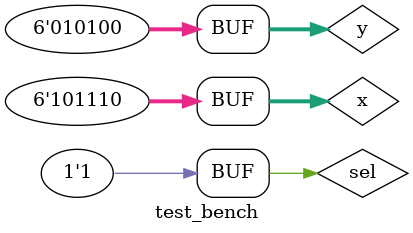
<source format=v>
`timescale 1ns / 1ps

// need ++, --, x-, overflow, no overflow
module test(
    input [5:0] x,
    input [5:0] y,
    input sel,
    output overflow,
    output c_out,
    output [5:0] sum
    );
      
endmodule


module test_bench;

    reg [5:0] x;
    reg [5:0] y;
    reg sel;//determin + or -
    wire overflow;
    wire c_out;
    wire [5:0] sum;
    
    six_bit_ripple_adder tb(
    .x(x),
    .y(y),
    .sel(sel),
    .overflow(overflow),
    .c_out(c_out),
    .sum(sum)
    );
    

initial begin 
    //addition two positives no overflow
    x = 6'b010101; //21 in decimal
    y = 6'b000011; //3 in decimal
    sel = 1'b0;
    #50 //this is a delay
   
    //addition two positives with overflow
    x = 6'b011111; //31 in decimal
    y = 6'b000010; //1 in decimal
    sel = 1'b0;
    #50 //delay
    
    //addition negative and positive with no overflow
    x = 6'b001010; // 10 in decimal
    y = 6'b100000; // -32 in decimal
    sel = 1'b0;
    #50 //delay
    
    //addition woth two neagatives
    x = 6'b111111; //-1 in decimal
    y = 6'b111110; //-2 in decimal
    sel = 1'b0;
    #50 //delay
    
    //subtracting two positive numbers
    x = 6'b010101; //21 in decimal
    y = 6'b000011; //3 in decimal
    sel = 1'b1;
    #50//delay
    
    //subracting two neagtive numbers
    x = 6'b100001; // -31 in decimal
    y = 6'b100010; // - 30 in decimal
    sel = 1'b1;
    #50 //delay
    
    //subtracting negative and positive number
    x = 6'b001010; // 10 in decimal
    y = 6'b111111; // -1 in decimal
    sel = 1'b1;
    #50
 
    //subracting negative and positve number with overflow
    x = 6'b101110; // -18 in decimal
    y = 6'b010100; // 20 in decimal 
    sel = 1;
   
end

endmodule
</source>
